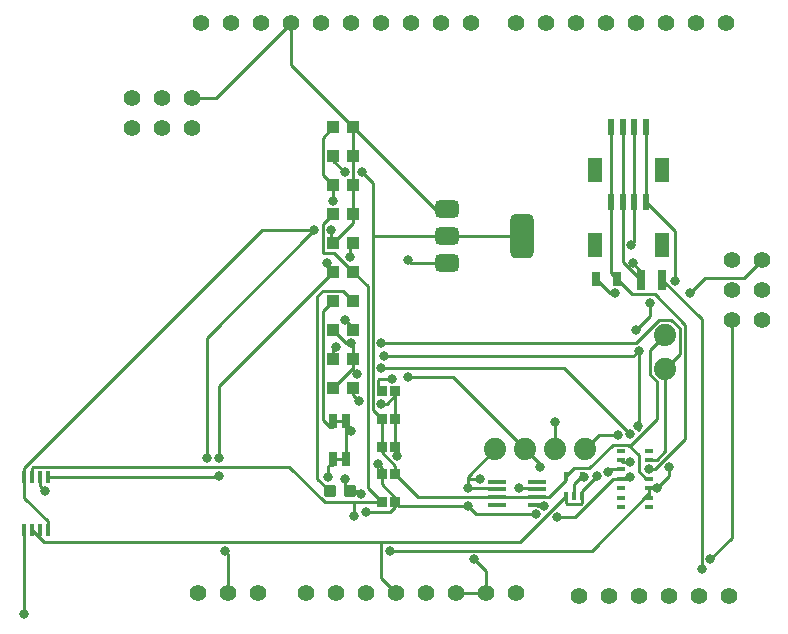
<source format=gbr>
%TF.GenerationSoftware,KiCad,Pcbnew,8.0.5*%
%TF.CreationDate,2024-11-06T15:04:28-06:00*%
%TF.ProjectId,ArduinoUnoR4Shield,41726475-696e-46f5-956e-6f5234536869,1.0*%
%TF.SameCoordinates,Original*%
%TF.FileFunction,Copper,L1,Top*%
%TF.FilePolarity,Positive*%
%FSLAX46Y46*%
G04 Gerber Fmt 4.6, Leading zero omitted, Abs format (unit mm)*
G04 Created by KiCad (PCBNEW 8.0.5) date 2024-11-06 15:04:28*
%MOMM*%
%LPD*%
G01*
G04 APERTURE LIST*
G04 Aperture macros list*
%AMRoundRect*
0 Rectangle with rounded corners*
0 $1 Rounding radius*
0 $2 $3 $4 $5 $6 $7 $8 $9 X,Y pos of 4 corners*
0 Add a 4 corners polygon primitive as box body*
4,1,4,$2,$3,$4,$5,$6,$7,$8,$9,$2,$3,0*
0 Add four circle primitives for the rounded corners*
1,1,$1+$1,$2,$3*
1,1,$1+$1,$4,$5*
1,1,$1+$1,$6,$7*
1,1,$1+$1,$8,$9*
0 Add four rect primitives between the rounded corners*
20,1,$1+$1,$2,$3,$4,$5,0*
20,1,$1+$1,$4,$5,$6,$7,0*
20,1,$1+$1,$6,$7,$8,$9,0*
20,1,$1+$1,$8,$9,$2,$3,0*%
G04 Aperture macros list end*
%TA.AperFunction,EtchedComponent*%
%ADD10C,0.000000*%
%TD*%
%TA.AperFunction,SMDPad,CuDef*%
%ADD11R,0.850000X0.900000*%
%TD*%
%TA.AperFunction,SMDPad,CuDef*%
%ADD12R,1.100000X1.000000*%
%TD*%
%TA.AperFunction,SMDPad,CuDef*%
%ADD13R,1.600000X0.300000*%
%TD*%
%TA.AperFunction,SMDPad,CuDef*%
%ADD14R,0.600000X1.350000*%
%TD*%
%TA.AperFunction,SMDPad,CuDef*%
%ADD15R,1.200000X2.000000*%
%TD*%
%TA.AperFunction,ComponentPad*%
%ADD16C,1.422000*%
%TD*%
%TA.AperFunction,SMDPad,CuDef*%
%ADD17R,0.400000X1.100000*%
%TD*%
%TA.AperFunction,SMDPad,CuDef*%
%ADD18R,0.800000X1.800000*%
%TD*%
%TA.AperFunction,ComponentPad*%
%ADD19C,1.879600*%
%TD*%
%TA.AperFunction,SMDPad,CuDef*%
%ADD20R,0.660400X1.270000*%
%TD*%
%TA.AperFunction,SMDPad,CuDef*%
%ADD21RoundRect,0.150000X-0.350000X0.350000X-0.350000X-0.350000X0.350000X-0.350000X0.350000X0.350000X0*%
%TD*%
%TA.AperFunction,SMDPad,CuDef*%
%ADD22R,0.400000X0.750000*%
%TD*%
%TA.AperFunction,SMDPad,CuDef*%
%ADD23R,0.750000X0.350000*%
%TD*%
%TA.AperFunction,SMDPad,CuDef*%
%ADD24R,0.800000X1.200000*%
%TD*%
%TA.AperFunction,SMDPad,CuDef*%
%ADD25RoundRect,0.375000X-0.625000X-0.375000X0.625000X-0.375000X0.625000X0.375000X-0.625000X0.375000X0*%
%TD*%
%TA.AperFunction,SMDPad,CuDef*%
%ADD26RoundRect,0.500000X-0.500000X-1.400000X0.500000X-1.400000X0.500000X1.400000X-0.500000X1.400000X0*%
%TD*%
%TA.AperFunction,ViaPad*%
%ADD27C,0.800000*%
%TD*%
%TA.AperFunction,Conductor*%
%ADD28C,0.250000*%
%TD*%
G04 APERTURE END LIST*
D10*
%TA.AperFunction,EtchedComponent*%
%TO.C,JP2*%
G36*
X137686300Y-105647150D02*
G01*
X136790950Y-105647150D01*
X136790950Y-105380450D01*
X137686300Y-105380450D01*
X137686300Y-105647150D01*
G37*
%TD.AperFunction*%
%TA.AperFunction,EtchedComponent*%
%TO.C,JP1*%
G36*
X137686300Y-102411950D02*
G01*
X136790950Y-102411950D01*
X136790950Y-102145250D01*
X137686300Y-102145250D01*
X137686300Y-102411950D01*
G37*
%TD.AperFunction*%
%TD*%
D11*
%TO.P,C9,1*%
%TO.N,GND*%
X141070400Y-106788800D03*
%TO.P,C9,2*%
%TO.N,1.8V*%
X142230400Y-106788800D03*
%TD*%
D12*
%TO.P,C8,1,1*%
%TO.N,5V*%
X136950400Y-84738800D03*
%TO.P,C8,2,2*%
%TO.N,GND*%
X138650400Y-84738800D03*
%TD*%
D13*
%TO.P,U11,1,B2*%
%TO.N,LV_INT*%
X150800000Y-107396000D03*
%TO.P,U11,2,GND*%
%TO.N,GND*%
X150800000Y-108046000D03*
%TO.P,U11,3,VCCA*%
%TO.N,1.8V*%
X150800000Y-108696000D03*
%TO.P,U11,4,A2*%
%TO.N,LV_INT*%
X150800000Y-109346000D03*
%TO.P,U11,5,A1*%
X154200000Y-109346000D03*
%TO.P,U11,6,OE*%
%TO.N,1.8V*%
X154200000Y-108696000D03*
%TO.P,U11,7,VCCB*%
%TO.N,5V*%
X154200000Y-108046000D03*
%TO.P,U11,8,B1*%
%TO.N,MC_SDA*%
X154200000Y-107396000D03*
%TD*%
D11*
%TO.P,C2,1,1*%
%TO.N,3.3V*%
X141070400Y-99736400D03*
%TO.P,C2,2,2*%
%TO.N,GND*%
X142230400Y-99736400D03*
%TD*%
D14*
%TO.P,J1,1,1*%
%TO.N,GND*%
X160465000Y-77336000D03*
%TO.P,J1,2,2*%
%TO.N,3.3V*%
X161465000Y-77336000D03*
%TO.P,J1,3,3*%
%TO.N,/SDA*%
X162465000Y-77336000D03*
%TO.P,J1,4,4*%
%TO.N,MC_SCL*%
X163465000Y-77336000D03*
D15*
%TO.P,J1,NC1*%
%TO.N,N/C*%
X164765000Y-81011000D03*
%TO.P,J1,NC2*%
X159165000Y-81011000D03*
%TD*%
D16*
%TO.P,U2,1,BOOT*%
%TO.N,unconnected-(U2-BOOT-Pad1)*%
X134620000Y-116840000D03*
%TO.P,U2,2,IOREF*%
%TO.N,unconnected-(U2-IOREF-Pad2)*%
X137160000Y-116840000D03*
%TO.P,U2,3,Reset*%
%TO.N,unconnected-(U2-Reset-Pad3)*%
X139700000Y-116840000D03*
%TO.P,U2,4,+3V3*%
%TO.N,3.3V*%
X142240000Y-116840000D03*
%TO.P,U2,5,+5V*%
%TO.N,unconnected-(U2-+5V-Pad5)*%
X144780000Y-116840000D03*
%TO.P,U2,6,GND*%
%TO.N,GND*%
X147320000Y-116840000D03*
%TO.P,U2,7,GND*%
X149860000Y-116840000D03*
%TO.P,U2,8,VIN*%
%TO.N,unconnected-(U2-VIN-Pad8)*%
X152400000Y-116840000D03*
%TD*%
D12*
%TO.P,R3,1,1*%
%TO.N,Net-(JP1-Pad1)*%
X136950400Y-92091200D03*
%TO.P,R3,2,2*%
%TO.N,Net-(D1-PadA)*%
X138650400Y-92091200D03*
%TD*%
D17*
%TO.P,U9,1,LX*%
%TO.N,Net-(U9-LX)*%
X110826000Y-111506000D03*
%TO.P,U9,2,EN*%
%TO.N,3.3V*%
X111476000Y-111506000D03*
%TO.P,U9,3,VIN*%
X112126000Y-111506000D03*
%TO.P,U9,4,AGND*%
%TO.N,GND*%
X112776000Y-111506000D03*
%TO.P,U9,5,FB*%
%TO.N,Net-(U9-FB)*%
X112776000Y-107006000D03*
%TO.P,U9,6,RSET*%
%TO.N,Net-(U7-RESET)*%
X112126000Y-107006000D03*
%TO.P,U9,7,OUT*%
%TO.N,5V*%
X111476000Y-107006000D03*
%TO.P,U9,8,PGND*%
%TO.N,GND*%
X110826000Y-107006000D03*
%TD*%
D12*
%TO.P,C4,1,1*%
%TO.N,1.8V*%
X136950400Y-79837200D03*
%TO.P,C4,2,2*%
%TO.N,GND*%
X138650400Y-79837200D03*
%TD*%
D16*
%TO.P,U6,1*%
%TO.N,N/C*%
X152400000Y-68580000D03*
%TO.P,U6,2*%
X154940000Y-68580000D03*
%TO.P,U6,3*%
X157480000Y-68580000D03*
%TO.P,U6,4*%
X160020000Y-68580000D03*
%TO.P,U6,5*%
X162560000Y-68580000D03*
%TO.P,U6,6*%
X165100000Y-68580000D03*
%TO.P,U6,7*%
X167640000Y-68580000D03*
%TO.P,U6,8*%
X170180000Y-68580000D03*
%TD*%
D12*
%TO.P,C1,1,1*%
%TO.N,3.3V*%
X136950400Y-77386400D03*
%TO.P,C1,2,2*%
%TO.N,GND*%
X138650400Y-77386400D03*
%TD*%
%TO.P,R6,1*%
%TO.N,LV_INT*%
X136950400Y-99443600D03*
%TO.P,R6,2*%
%TO.N,GND*%
X138650400Y-99443600D03*
%TD*%
D16*
%TO.P,U1,1,OFF*%
%TO.N,unconnected-(U1-OFF-Pad1)*%
X125476000Y-116840000D03*
%TO.P,U1,2,GND*%
%TO.N,GND*%
X128016000Y-116840000D03*
%TO.P,U1,3,VRTC*%
%TO.N,unconnected-(U1-VRTC-Pad3)*%
X130556000Y-116840000D03*
%TD*%
D18*
%TO.P,L1,1,1*%
%TO.N,3.3V*%
X163015000Y-90311000D03*
%TO.P,L1,2,2*%
%TO.N,Net-(U9-LX)*%
X164815000Y-90311000D03*
%TD*%
D16*
%TO.P,U3,1*%
%TO.N,N/C*%
X157734000Y-117094000D03*
%TO.P,U3,2*%
X160274000Y-117094000D03*
%TO.P,U3,3*%
X162814000Y-117094000D03*
%TO.P,U3,4*%
X165354000Y-117094000D03*
%TO.P,U3,5*%
X167894000Y-117094000D03*
%TO.P,U3,6*%
X170434000Y-117094000D03*
%TD*%
D19*
%TO.P,J5,1,1*%
%TO.N,LV_INT*%
X165064800Y-97830400D03*
%TD*%
D20*
%TO.P,JP2,1,1*%
%TO.N,Net-(JP2-Pad1)*%
X136975100Y-105513800D03*
%TO.P,JP2,2,2*%
%TO.N,3.3V*%
X138016500Y-105513800D03*
%TD*%
D11*
%TO.P,C3,1,1*%
%TO.N,1.8V*%
X141070400Y-102087200D03*
%TO.P,C3,2,2*%
%TO.N,GND*%
X142230400Y-102087200D03*
%TD*%
D21*
%TO.P,D1,A,A*%
%TO.N,Net-(D1-PadA)*%
X136675000Y-108208850D03*
%TO.P,D1,C,C*%
%TO.N,GND*%
X138429000Y-108208850D03*
%TD*%
D22*
%TO.P,U8,1,IN*%
%TO.N,3.3V*%
X156688500Y-108606000D03*
%TO.P,U8,2,GND*%
%TO.N,GND*%
X157338500Y-108606000D03*
%TO.P,U8,3,EN*%
%TO.N,3.3V*%
X157988500Y-108606000D03*
%TO.P,U8,4,BP*%
%TO.N,GND*%
X157988500Y-106956000D03*
%TO.P,U8,5,OUT*%
%TO.N,1.8V*%
X156688500Y-106956000D03*
%TD*%
D12*
%TO.P,R1,1,1*%
%TO.N,GND*%
X136950400Y-87189600D03*
%TO.P,R1,2,2*%
%TO.N,Net-(U9-FB)*%
X138650400Y-87189600D03*
%TD*%
D11*
%TO.P,C7,1,1*%
%TO.N,1.8V*%
X141070400Y-104438000D03*
%TO.P,C7,2,2*%
%TO.N,GND*%
X142230400Y-104438000D03*
%TD*%
D19*
%TO.P,J3,1,1*%
%TO.N,GND*%
X150664800Y-104650800D03*
%TO.P,J3,2,2*%
%TO.N,3.3V*%
X153204800Y-104650800D03*
%TO.P,J3,3,3*%
%TO.N,/SDA*%
X155744800Y-104650800D03*
%TO.P,J3,4,4*%
%TO.N,MC_SCL*%
X158284800Y-104650800D03*
%TD*%
D20*
%TO.P,JP1,1,1*%
%TO.N,Net-(JP1-Pad1)*%
X136975100Y-102278600D03*
%TO.P,JP1,2,2*%
%TO.N,3.3V*%
X138016500Y-102278600D03*
%TD*%
D23*
%TO.P,U10,P1,NC*%
%TO.N,unconnected-(U10-NC-PadP1)*%
X161317000Y-104764000D03*
%TO.P,U10,P2,SCL*%
%TO.N,LV_INT*%
X161317000Y-105564000D03*
%TO.P,U10,P3,SDA*%
X161317000Y-106364000D03*
%TO.P,U10,P4,GND*%
%TO.N,GND*%
X161317000Y-107164000D03*
%TO.P,U10,P5,NC*%
%TO.N,unconnected-(U10-NC-PadP5)*%
X161317000Y-107963999D03*
%TO.P,U10,P6,NC*%
%TO.N,unconnected-(U10-NC-PadP6)*%
X161317000Y-108763999D03*
%TO.P,U10,P7,NC*%
%TO.N,unconnected-(U10-NC-PadP7)*%
X161317000Y-109563999D03*
%TO.P,U10,P8,NC*%
%TO.N,unconnected-(U10-NC-PadP8)*%
X163716999Y-109563999D03*
%TO.P,U10,P9,VDD_LED*%
%TO.N,5V*%
X163716999Y-108763999D03*
%TO.P,U10,P10,VDD_LED*%
X163716999Y-107963999D03*
%TO.P,U10,P11,VDD*%
%TO.N,1.8V*%
X163716999Y-107164000D03*
%TO.P,U10,P12,GND*%
%TO.N,GND*%
X163716999Y-106364000D03*
%TO.P,U10,P13,~{INT}*%
%TO.N,LV_INT*%
X163716999Y-105564000D03*
%TO.P,U10,P14,NC*%
%TO.N,unconnected-(U10-NC-PadP14)*%
X163716999Y-104764000D03*
%TD*%
D12*
%TO.P,C5,1,1*%
%TO.N,3.3V*%
X136950400Y-82288000D03*
%TO.P,C5,2,2*%
%TO.N,GND*%
X138650400Y-82288000D03*
%TD*%
D14*
%TO.P,J2,1,1*%
%TO.N,GND*%
X160465000Y-83712600D03*
%TO.P,J2,2,2*%
%TO.N,3.3V*%
X161465000Y-83712600D03*
%TO.P,J2,3,3*%
%TO.N,/SDA*%
X162465000Y-83712600D03*
%TO.P,J2,4,4*%
%TO.N,MC_SCL*%
X163465000Y-83712600D03*
D15*
%TO.P,J2,NC1*%
%TO.N,N/C*%
X164765000Y-87387600D03*
%TO.P,J2,NC2*%
X159165000Y-87387600D03*
%TD*%
D16*
%TO.P,U4,1,GPIO42*%
%TO.N,unconnected-(U4-GPIO42-Pad1)*%
X119888000Y-77470000D03*
%TO.P,U4,2,GPIO41*%
%TO.N,unconnected-(U4-GPIO41-Pad2)*%
X119888000Y-74930000D03*
%TO.P,U4,3,GPIO43/TXD0*%
%TO.N,unconnected-(U4-GPIO43{slash}TXD0-Pad3)*%
X122428000Y-77470000D03*
%TO.P,U4,4,GPIO0/DOWNLOAD*%
%TO.N,unconnected-(U4-GPIO0{slash}DOWNLOAD-Pad4)*%
X122428000Y-74930000D03*
%TO.P,U4,5,GPIO44/RXD0*%
%TO.N,unconnected-(U4-GPIO44{slash}RXD0-Pad5)*%
X124968000Y-77470000D03*
%TO.P,U4,6,GND*%
%TO.N,GND*%
X124968000Y-74930000D03*
%TD*%
D12*
%TO.P,R5,1*%
%TO.N,MC_SCL*%
X136950400Y-96992800D03*
%TO.P,R5,2*%
%TO.N,LV_INT*%
X138650400Y-96992800D03*
%TD*%
D24*
%TO.P,C6,1,1*%
%TO.N,5V*%
X159190400Y-90236400D03*
%TO.P,C6,2,2*%
%TO.N,GND*%
X160990400Y-90236400D03*
%TD*%
D12*
%TO.P,R4,1,1*%
%TO.N,LV_INT*%
X136950400Y-94542000D03*
%TO.P,R4,2,2*%
%TO.N,Net-(JP2-Pad1)*%
X138650400Y-94542000D03*
%TD*%
D25*
%TO.P,U12,1,GND*%
%TO.N,GND*%
X146608000Y-84314000D03*
%TO.P,U12,2,VO*%
%TO.N,1.8V*%
X146608000Y-86614000D03*
D26*
X152908000Y-86614000D03*
D25*
%TO.P,U12,3,VI*%
%TO.N,3.3V*%
X146608000Y-88914000D03*
%TD*%
D19*
%TO.P,J4,1,1*%
%TO.N,1.8V*%
X165064800Y-94950800D03*
%TD*%
D16*
%TO.P,U7,1,CIPO*%
%TO.N,unconnected-(U7-CIPO-Pad1)*%
X170688000Y-88646000D03*
%TO.P,U7,2,+5V*%
%TO.N,5V*%
X173228000Y-88646000D03*
%TO.P,U7,3,SCK*%
%TO.N,unconnected-(U7-SCK-Pad3)*%
X170688000Y-91186000D03*
%TO.P,U7,4,COPI*%
%TO.N,unconnected-(U7-COPI-Pad4)*%
X173228000Y-91186000D03*
%TO.P,U7,5,RESET*%
%TO.N,Net-(U7-RESET)*%
X170688000Y-93726000D03*
%TO.P,U7,6,GND*%
%TO.N,unconnected-(U7-GND-Pad6)*%
X173228000Y-93726000D03*
%TD*%
D11*
%TO.P,C10,1*%
%TO.N,5V*%
X141070400Y-109139600D03*
%TO.P,C10,2*%
%TO.N,GND*%
X142230400Y-109139600D03*
%TD*%
D12*
%TO.P,R2,1,1*%
%TO.N,Net-(U9-FB)*%
X136950400Y-89640400D03*
%TO.P,R2,2,2*%
%TO.N,5V*%
X138650400Y-89640400D03*
%TD*%
D16*
%TO.P,U5,1,SCL*%
%TO.N,unconnected-(U5-SCL-Pad1)*%
X125730000Y-68580000D03*
%TO.P,U5,2,SDA*%
%TO.N,unconnected-(U5-SDA-Pad2)*%
X128270000Y-68580000D03*
%TO.P,U5,3,AREF*%
%TO.N,unconnected-(U5-AREF-Pad3)*%
X130810000Y-68580000D03*
%TO.P,U5,4,GND*%
%TO.N,GND*%
X133350000Y-68580000D03*
%TO.P,U5,5,D13/SCK/CANRX0*%
%TO.N,unconnected-(U5-D13{slash}SCK{slash}CANRX0-Pad5)*%
X135890000Y-68580000D03*
%TO.P,U5,6,D12/CIPO*%
%TO.N,unconnected-(U5-D12{slash}CIPO-Pad6)*%
X138430000Y-68580000D03*
%TO.P,U5,7,~D11/COPI*%
%TO.N,unconnected-(U5-~D11{slash}COPI-Pad7)*%
X140970000Y-68580000D03*
%TO.P,U5,8,~D10/CS/CANTX0*%
%TO.N,unconnected-(U5-~D10{slash}CS{slash}CANTX0-Pad8)*%
X143510000Y-68580000D03*
%TO.P,U5,9,~D9*%
%TO.N,unconnected-(U5-~D9-Pad9)*%
X146050000Y-68580000D03*
%TO.P,U5,10,D8*%
%TO.N,unconnected-(U5-D8-Pad10)*%
X148590000Y-68580000D03*
%TD*%
D27*
%TO.N,3.3V*%
X136906000Y-83638798D03*
X143256000Y-98552000D03*
X162306000Y-88900000D03*
X159258000Y-106934000D03*
X141984029Y-98686398D03*
X154432000Y-106172000D03*
X138430000Y-103124000D03*
X143256000Y-88646000D03*
%TO.N,GND*%
X127762000Y-113247000D03*
X126253997Y-105406000D03*
X158185696Y-106980999D03*
X140716000Y-105918000D03*
X154105597Y-110163597D03*
X148844000Y-113972000D03*
X139322678Y-108414601D03*
X136800400Y-86106000D03*
X141045400Y-100838000D03*
X139700000Y-109982000D03*
X135350400Y-86106000D03*
X148336000Y-109421000D03*
X142385715Y-105218809D03*
X163691999Y-106364000D03*
X162095523Y-106983038D03*
X155892903Y-110426903D03*
X139145400Y-100584000D03*
X149352000Y-107188000D03*
X137922000Y-107188000D03*
X148336000Y-107971000D03*
%TO.N,1.8V*%
X139375400Y-81187998D03*
X137925400Y-81187998D03*
%TO.N,5V*%
X167132000Y-91440000D03*
X138751314Y-110298228D03*
X165374850Y-106192851D03*
X160782000Y-91436402D03*
X152654000Y-107971000D03*
X164338000Y-107950000D03*
X141732000Y-113247000D03*
%TO.N,Net-(JP2-Pad1)*%
X137980510Y-93682145D03*
X136486669Y-106995214D03*
%TO.N,Net-(U9-LX)*%
X168148000Y-114808000D03*
X110744000Y-118618000D03*
%TO.N,Net-(U9-FB)*%
X138428653Y-88393347D03*
X136398000Y-88900000D03*
X127254000Y-105406000D03*
X127254000Y-106934000D03*
%TO.N,LV_INT*%
X160206686Y-106617772D03*
X141045400Y-95642002D03*
X141045400Y-97790000D03*
X162089000Y-105739121D03*
X138430000Y-95642002D03*
X138938000Y-98298000D03*
X154823195Y-109445999D03*
X162052000Y-103378000D03*
%TO.N,Net-(U7-RESET)*%
X112522000Y-108204000D03*
X168873000Y-113975948D03*
%TO.N,/SDA*%
X155702000Y-102362000D03*
X162190000Y-87376000D03*
%TO.N,MC_SCL*%
X162639310Y-94562286D03*
X163825347Y-92261000D03*
X161056338Y-103471073D03*
X141224000Y-96774000D03*
X137160000Y-96012000D03*
X162759108Y-102670891D03*
X162834774Y-96322582D03*
X165907653Y-90378347D03*
%TD*%
D28*
%TO.N,3.3V*%
X141984029Y-98686398D02*
X140835602Y-98686398D01*
X136075400Y-78261400D02*
X136075400Y-81413000D01*
X157913500Y-109306000D02*
X157988500Y-109231000D01*
X138016500Y-102710500D02*
X138430000Y-103124000D01*
X138016500Y-102278600D02*
X138016500Y-102710500D01*
X163015000Y-90311000D02*
X163015000Y-89609000D01*
X140770400Y-98751600D02*
X140770400Y-99436400D01*
X146608000Y-88914000D02*
X143524000Y-88914000D01*
X156763500Y-109306000D02*
X157913500Y-109306000D01*
X161465000Y-88761000D02*
X161465000Y-83712600D01*
X140835602Y-98686398D02*
X140770400Y-98751600D01*
X140970000Y-115570000D02*
X140970000Y-112522000D01*
X140770400Y-99436400D02*
X141070400Y-99736400D01*
X156688500Y-108606000D02*
X156688500Y-109231000D01*
X157988500Y-108203500D02*
X159258000Y-106934000D01*
X112492000Y-112522000D02*
X140970000Y-112522000D01*
X157988500Y-108606000D02*
X157988500Y-108203500D01*
X154432000Y-105878000D02*
X153204800Y-104650800D01*
X136950400Y-77386400D02*
X136075400Y-78261400D01*
X161465000Y-83712600D02*
X161465000Y-77336000D01*
X153204800Y-104650800D02*
X147106000Y-98552000D01*
X163015000Y-89609000D02*
X162306000Y-88900000D01*
X143524000Y-88914000D02*
X143256000Y-88646000D01*
X163015000Y-90311000D02*
X161465000Y-88761000D01*
X136950400Y-83594398D02*
X136906000Y-83638798D01*
X154432000Y-106172000D02*
X154432000Y-105878000D01*
X147106000Y-98552000D02*
X143256000Y-98552000D01*
X136950400Y-82288000D02*
X136950400Y-83594398D01*
X142240000Y-116840000D02*
X140970000Y-115570000D01*
X156688500Y-109231000D02*
X156763500Y-109306000D01*
X157988500Y-109231000D02*
X157988500Y-108606000D01*
X138016500Y-102278600D02*
X138016500Y-105513800D01*
X140970000Y-112522000D02*
X152772500Y-112522000D01*
X136075400Y-81413000D02*
X136950400Y-82288000D01*
X111476000Y-111506000D02*
X112492000Y-112522000D01*
X152772500Y-112522000D02*
X156688500Y-108606000D01*
%TO.N,GND*%
X146608000Y-84314000D02*
X145578000Y-84314000D01*
X157429097Y-110426903D02*
X155892903Y-110426903D01*
X160465000Y-89711000D02*
X160465000Y-83712600D01*
X154105597Y-110163597D02*
X149078597Y-110163597D01*
X150725000Y-107971000D02*
X150800000Y-108046000D01*
X142230400Y-109504600D02*
X142230400Y-109139600D01*
X138650400Y-77386400D02*
X138650400Y-79837200D01*
X148336000Y-106979600D02*
X150664800Y-104650800D01*
X160692000Y-107164000D02*
X157429097Y-110426903D01*
X141070400Y-106788800D02*
X141070400Y-107614600D01*
X141045400Y-100838000D02*
X141493800Y-100838000D01*
X161914561Y-107164000D02*
X162095523Y-106983038D01*
X110826000Y-108806000D02*
X112776000Y-110756000D01*
X149860000Y-116840000D02*
X147320000Y-116840000D01*
X149078597Y-110163597D02*
X148336000Y-109421000D01*
X141070400Y-107614600D02*
X142230400Y-108774600D01*
X137922000Y-107701850D02*
X138429000Y-108208850D01*
X161317000Y-107164000D02*
X160692000Y-107164000D01*
X166779600Y-94135600D02*
X164180000Y-91536000D01*
X126253997Y-95202403D02*
X126253997Y-105406000D01*
X142230400Y-102087200D02*
X142230400Y-104438000D01*
X138650400Y-85489600D02*
X136950400Y-87189600D01*
X138650400Y-100089000D02*
X139145400Y-100584000D01*
X124968000Y-74930000D02*
X127000000Y-74930000D01*
X127000000Y-74930000D02*
X133350000Y-68580000D01*
X166779600Y-103762795D02*
X166779600Y-94135600D01*
X148336000Y-107971000D02*
X148336000Y-107188000D01*
X142230400Y-108774600D02*
X142230400Y-109139600D01*
X157988500Y-106956000D02*
X157338500Y-107606000D01*
X136800400Y-87039600D02*
X136950400Y-87189600D01*
X136800400Y-86106000D02*
X136800400Y-87039600D01*
X139700000Y-109982000D02*
X141753000Y-109982000D01*
X128016000Y-113501000D02*
X127762000Y-113247000D01*
X161317000Y-107164000D02*
X161914561Y-107164000D01*
X162290000Y-91536000D02*
X160990400Y-90236400D01*
X138429000Y-108208850D02*
X139116927Y-108208850D01*
X142230400Y-109139600D02*
X142511800Y-109421000D01*
X163691999Y-106364000D02*
X164178395Y-106364000D01*
X137922000Y-107188000D02*
X137922000Y-107701850D01*
X128016000Y-116840000D02*
X128016000Y-113501000D01*
X110826000Y-107006000D02*
X110826000Y-108806000D01*
X142230400Y-105063494D02*
X142385715Y-105218809D01*
X138650400Y-79837200D02*
X138650400Y-82288000D01*
X142230400Y-100101400D02*
X142230400Y-99736400D01*
X164178395Y-106364000D02*
X166779600Y-103762795D01*
X148336000Y-107188000D02*
X148336000Y-106979600D01*
X110826000Y-107006000D02*
X110826000Y-106206000D01*
X142230400Y-102087200D02*
X142230400Y-99736400D01*
X135350400Y-86106000D02*
X126253997Y-95202403D01*
X139116927Y-108208850D02*
X139322678Y-108414601D01*
X130926000Y-86106000D02*
X135350400Y-86106000D01*
X142511800Y-109421000D02*
X148336000Y-109421000D01*
X138650400Y-99443600D02*
X138650400Y-100089000D01*
X164180000Y-91536000D02*
X162290000Y-91536000D01*
X149352000Y-107188000D02*
X148336000Y-107188000D01*
X145578000Y-84314000D02*
X138650400Y-77386400D01*
X138650400Y-82288000D02*
X138650400Y-84738800D01*
X141493800Y-100838000D02*
X142230400Y-100101400D01*
X157988500Y-106956000D02*
X158160697Y-106956000D01*
X148336000Y-107971000D02*
X150725000Y-107971000D01*
X158160697Y-106956000D02*
X158185696Y-106980999D01*
X112776000Y-110756000D02*
X112776000Y-111506000D01*
X141753000Y-109982000D02*
X142230400Y-109504600D01*
X138650400Y-84738800D02*
X138650400Y-85489600D01*
X163691999Y-106364000D02*
X163716999Y-106364000D01*
X141070400Y-106788800D02*
X141070400Y-106272400D01*
X157338500Y-107606000D02*
X157338500Y-108606000D01*
X160465000Y-83712600D02*
X160465000Y-77336000D01*
X133350000Y-68580000D02*
X133350000Y-72086000D01*
X133350000Y-72086000D02*
X138650400Y-77386400D01*
X149860000Y-116840000D02*
X149860000Y-114988000D01*
X149860000Y-114988000D02*
X148844000Y-113972000D01*
X141070400Y-106272400D02*
X140716000Y-105918000D01*
X142230400Y-104438000D02*
X142230400Y-105063494D01*
X110826000Y-106206000D02*
X130926000Y-86106000D01*
X160990400Y-90236400D02*
X160465000Y-89711000D01*
%TO.N,1.8V*%
X164338000Y-102117305D02*
X164338000Y-98892298D01*
X164338000Y-98892298D02*
X163800000Y-98354298D01*
X163800000Y-96215600D02*
X165064800Y-94950800D01*
X162191305Y-104264000D02*
X164338000Y-102117305D01*
X154200000Y-108696000D02*
X155250000Y-108696000D01*
X160617000Y-104264000D02*
X161922000Y-104264000D01*
X141070400Y-104928800D02*
X142230400Y-106088800D01*
X146608000Y-86614000D02*
X140320400Y-86614000D01*
X136950400Y-79837200D02*
X136950400Y-80212998D01*
X156688500Y-106956000D02*
X157388500Y-106256000D01*
X141070400Y-102087200D02*
X141070400Y-104438000D01*
X144137600Y-108696000D02*
X150800000Y-108696000D01*
X162814000Y-106511306D02*
X162814000Y-105156000D01*
X163716999Y-107164000D02*
X163466694Y-107164000D01*
X136950400Y-80212998D02*
X137925400Y-81187998D01*
X161922000Y-104264000D02*
X162191305Y-104264000D01*
X156688500Y-107257500D02*
X156688500Y-106956000D01*
X140320400Y-82132998D02*
X140320400Y-86614000D01*
X163800000Y-98354298D02*
X163800000Y-96215600D01*
X141070400Y-104438000D02*
X141070400Y-104928800D01*
X162814000Y-105156000D02*
X161922000Y-104264000D01*
X158625000Y-106256000D02*
X160617000Y-104264000D01*
X140320400Y-101337200D02*
X141070400Y-102087200D01*
X150800000Y-108696000D02*
X154200000Y-108696000D01*
X140320400Y-86614000D02*
X140320400Y-101337200D01*
X139375400Y-81187998D02*
X140320400Y-82132998D01*
X157388500Y-106256000D02*
X158625000Y-106256000D01*
X155250000Y-108696000D02*
X156688500Y-107257500D01*
X142230400Y-106088800D02*
X142230400Y-106788800D01*
X146608000Y-86614000D02*
X152908000Y-86614000D01*
X142230400Y-106788800D02*
X144137600Y-108696000D01*
X163466694Y-107164000D02*
X162814000Y-106511306D01*
%TO.N,5V*%
X152654000Y-107971000D02*
X154125000Y-107971000D01*
X173228000Y-88646000D02*
X171724000Y-90150000D01*
X138684000Y-109139600D02*
X141070400Y-109139600D01*
X160782000Y-91436402D02*
X160390402Y-91436402D01*
X111551000Y-106131000D02*
X133221242Y-106131000D01*
X138650400Y-89640400D02*
X139870400Y-90860400D01*
X165374850Y-106931148D02*
X165374850Y-106192851D01*
X111476000Y-106206000D02*
X111551000Y-106131000D01*
X171724000Y-90150000D02*
X168422000Y-90150000D01*
X136075400Y-85613800D02*
X136075400Y-88014600D01*
X111476000Y-107006000D02*
X111476000Y-106206000D01*
X168422000Y-90150000D02*
X167132000Y-91440000D01*
X163716999Y-107963999D02*
X163716999Y-108763999D01*
X138751314Y-110298228D02*
X138751314Y-109206914D01*
X163716999Y-108388999D02*
X158858998Y-113247000D01*
X133221242Y-106131000D02*
X136229842Y-109139600D01*
X164324001Y-107963999D02*
X164338000Y-107950000D01*
X138751314Y-109206914D02*
X138684000Y-109139600D01*
X160390402Y-91436402D02*
X159190400Y-90236400D01*
X137024600Y-88014600D02*
X138650400Y-89640400D01*
X163716999Y-107963999D02*
X164341999Y-107963999D01*
X139870400Y-107939600D02*
X141070400Y-109139600D01*
X139870400Y-90860400D02*
X139870400Y-107939600D01*
X163716999Y-107963999D02*
X164324001Y-107963999D01*
X154125000Y-107971000D02*
X154200000Y-108046000D01*
X136950400Y-84738800D02*
X136075400Y-85613800D01*
X136229842Y-109139600D02*
X138684000Y-109139600D01*
X136075400Y-88014600D02*
X137024600Y-88014600D01*
X158858998Y-113247000D02*
X141732000Y-113247000D01*
X163716999Y-107963999D02*
X163716999Y-108388999D01*
X164341999Y-107963999D02*
X165374850Y-106931148D01*
%TO.N,Net-(D1-PadA)*%
X136075400Y-91266200D02*
X135625400Y-91716200D01*
X135625400Y-107159250D02*
X136675000Y-108208850D01*
X135625400Y-91716200D02*
X135625400Y-107159250D01*
X138650400Y-92091200D02*
X137825400Y-91266200D01*
X137825400Y-91266200D02*
X136075400Y-91266200D01*
%TO.N,Net-(JP1-Pad1)*%
X136075400Y-92966200D02*
X136075400Y-102156020D01*
X136075400Y-102156020D02*
X136656330Y-102736950D01*
X136656330Y-102736950D02*
X136975100Y-102736950D01*
X136950400Y-92091200D02*
X136075400Y-92966200D01*
%TO.N,Net-(JP2-Pad1)*%
X138650400Y-94542000D02*
X138650400Y-94352035D01*
X136656330Y-105972150D02*
X136975100Y-105972150D01*
X136547883Y-106080597D02*
X136656330Y-105972150D01*
X138650400Y-94352035D02*
X137980510Y-93682145D01*
X136486669Y-106995214D02*
X136547883Y-106934000D01*
X136547883Y-106934000D02*
X136547883Y-106080597D01*
%TO.N,Net-(U9-LX)*%
X110826000Y-111506000D02*
X110826000Y-118536000D01*
X110826000Y-118536000D02*
X110744000Y-118618000D01*
X168148000Y-93644000D02*
X164815000Y-90311000D01*
X168148000Y-114808000D02*
X168148000Y-93644000D01*
%TO.N,Net-(U9-FB)*%
X127254000Y-99336800D02*
X136950400Y-89640400D01*
X136950400Y-89640400D02*
X136950400Y-89452400D01*
X138428653Y-87411347D02*
X138650400Y-87189600D01*
X112776000Y-107006000D02*
X127182000Y-107006000D01*
X138428653Y-88393347D02*
X138428653Y-87411347D01*
X127182000Y-107006000D02*
X127254000Y-106934000D01*
X136950400Y-89452400D02*
X136398000Y-88900000D01*
X127254000Y-105406000D02*
X127254000Y-99336800D01*
%TO.N,LV_INT*%
X141045400Y-95642002D02*
X162584900Y-95642002D01*
X138050402Y-95642002D02*
X138430000Y-95642002D01*
X138650400Y-98010400D02*
X138938000Y-98298000D01*
X162089000Y-105739121D02*
X161492121Y-105739121D01*
X156464000Y-97790000D02*
X162052000Y-103378000D01*
X138650400Y-95862402D02*
X138430000Y-95642002D01*
X165064800Y-104841199D02*
X165064800Y-97830400D01*
X161317000Y-106364000D02*
X160460458Y-106364000D01*
X164540902Y-93686000D02*
X165588698Y-93686000D01*
X160460458Y-106364000D02*
X160206686Y-106617772D01*
X138650400Y-97743600D02*
X138650400Y-98010400D01*
X138650400Y-96992800D02*
X138650400Y-97743600D01*
X164341999Y-105564000D02*
X165064800Y-104841199D01*
X161492121Y-105739121D02*
X161317000Y-105564000D01*
X136950400Y-94542000D02*
X138050402Y-95642002D01*
X154823195Y-109445999D02*
X154299999Y-109445999D01*
X163716999Y-105564000D02*
X164341999Y-105564000D01*
X154299999Y-109445999D02*
X154200000Y-109346000D01*
X162584900Y-95642002D02*
X164540902Y-93686000D01*
X166329600Y-94426902D02*
X166329600Y-96565600D01*
X138650400Y-97743600D02*
X136950400Y-99443600D01*
X166329600Y-96565600D02*
X165064800Y-97830400D01*
X138650400Y-96992800D02*
X138650400Y-95862402D01*
X141045400Y-97790000D02*
X156464000Y-97790000D01*
X165588698Y-93686000D02*
X166329600Y-94426902D01*
%TO.N,Net-(U7-RESET)*%
X170688000Y-93726000D02*
X170688000Y-112160948D01*
X112522000Y-108204000D02*
X112126000Y-107808000D01*
X112126000Y-107808000D02*
X112126000Y-107006000D01*
X170688000Y-112160948D02*
X168873000Y-113975948D01*
%TO.N,/SDA*%
X155702000Y-104608000D02*
X155744800Y-104650800D01*
X162465000Y-83712600D02*
X162465000Y-87101000D01*
X155702000Y-102362000D02*
X155702000Y-104608000D01*
X162465000Y-87101000D02*
X162190000Y-87376000D01*
X162465000Y-83712600D02*
X162465000Y-77336000D01*
%TO.N,MC_SCL*%
X162834774Y-102984135D02*
X162754454Y-103064455D01*
X162754454Y-103064455D02*
X162759108Y-103059801D01*
X159464527Y-103471073D02*
X158284800Y-104650800D01*
X163465000Y-83712600D02*
X165907653Y-86155253D01*
X165907653Y-86155253D02*
X165907653Y-90378347D01*
X162834774Y-96322582D02*
X162834774Y-102984135D01*
X161056338Y-103471073D02*
X159464527Y-103471073D01*
X162759108Y-103059801D02*
X162759108Y-102670891D01*
X136950400Y-96221600D02*
X137160000Y-96012000D01*
X163825347Y-93376249D02*
X162639310Y-94562286D01*
X141224000Y-96774000D02*
X162383356Y-96774000D01*
X163465000Y-83712600D02*
X163465000Y-77336000D01*
X162383356Y-96774000D02*
X162834774Y-96322582D01*
X136950400Y-96992800D02*
X136950400Y-96221600D01*
X163825347Y-92261000D02*
X163825347Y-93376249D01*
%TD*%
M02*

</source>
